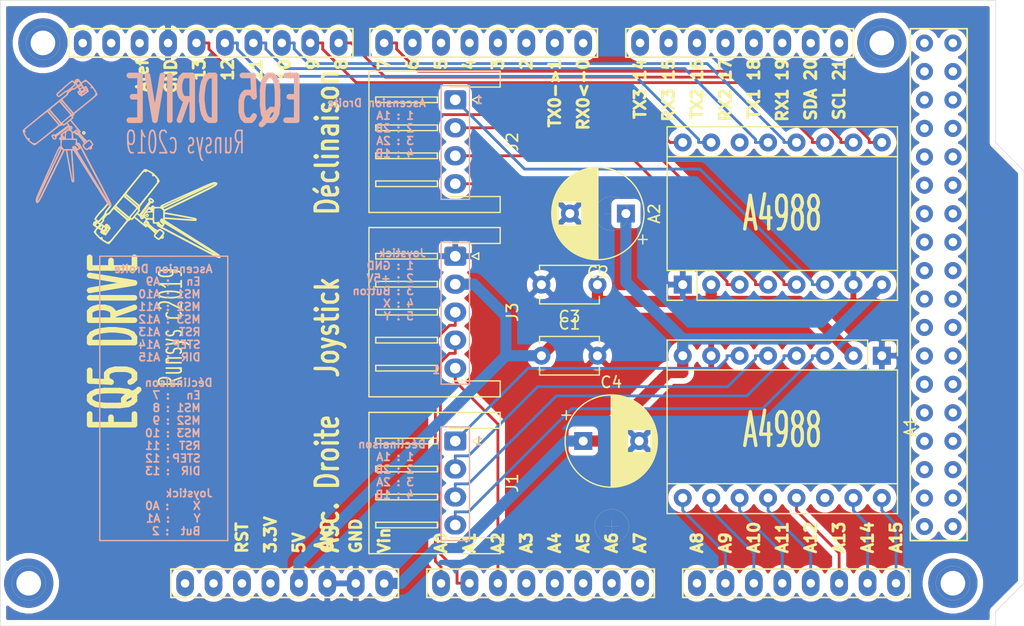
<source format=kicad_pcb>
(kicad_pcb (version 20171130) (host pcbnew 5.1.5-52549c5~84~ubuntu18.04.1)
  (layers (0 F.Cu signal) (31 B.Cu signal) (34 B.Paste user hide) (35 F.Paste user hide) (36 B.SilkS user) (37 F.SilkS user) (38 B.Mask user) (39 F.Mask user) (44 Edge.Cuts user))
  (net 0 "")
  (net 1 "Net-(SH1-Pad19)")
  (net 2 "Net-(SH1-Pad18)")
  (net 3 "Net-(SH1-Pad17)")
  (net 4 "Net-(SH1-Pad16)")
  (net 5 "Net-(SH1-Pad15)")
  (net 6 "Net-(SH1-Pad14)")
  (net 7 /13)
  (net 8 /12)
  (net 9 /11)
  (net 10 /10)
  (net 11 /9)
  (net 12 /8)
  (net 13 /7)
  (net 14 "Net-(SH1-Pad6)")
  (net 15 "Net-(SH1-Pad5)")
  (net 16 "Net-(SH1-Pad4)")
  (net 17 "Net-(SH1-Pad3)")
  (net 18 "Net-(SH1-Pad1)")
  (net 19 /A15)
  (net 20 /A14)
  (net 21 /A13)
  (net 22 /A12)
  (net 23 /A11)
  (net 24 /A10)
  (net 25 /A9)
  (net 26 "Net-(SH1-PadA8)")
  (net 27 "Net-(SH1-PadA7)")
  (net 28 "Net-(SH1-PadA6)")
  (net 29 "Net-(SH1-PadA5)")
  (net 30 "Net-(SH1-PadA4)")
  (net 31 "Net-(SH1-PadA3)")
  (net 32 "Net-(SH1-Pad21/2)")
  (net 33 "Net-(SH1-Pad20/2)")
  (net 34 "Net-(SH1-PadAREF)")
  (net 35 "Net-(SH1-Pad0)")
  (net 36 "Net-(SH1-Pad20/1)")
  (net 37 "Net-(SH1-Pad21/1)")
  (net 38 "Net-(SH1-Pad5V/3)")
  (net 39 "Net-(SH1-Pad5V/2)")
  (net 40 "Net-(SH1-Pad49)")
  (net 41 "Net-(SH1-Pad48)")
  (net 42 "Net-(SH1-Pad47)")
  (net 43 "Net-(SH1-Pad46)")
  (net 44 "Net-(SH1-Pad45)")
  (net 45 "Net-(SH1-Pad44)")
  (net 46 "Net-(SH1-Pad43)")
  (net 47 "Net-(SH1-Pad42)")
  (net 48 "Net-(SH1-Pad41)")
  (net 49 "Net-(SH1-Pad40)")
  (net 50 "Net-(SH1-Pad39)")
  (net 51 "Net-(SH1-Pad38)")
  (net 52 "Net-(SH1-Pad37)")
  (net 53 "Net-(SH1-Pad36)")
  (net 54 "Net-(SH1-Pad35)")
  (net 55 "Net-(SH1-Pad34)")
  (net 56 "Net-(SH1-Pad33)")
  (net 57 "Net-(SH1-Pad32)")
  (net 58 "Net-(SH1-Pad31)")
  (net 59 "Net-(SH1-Pad30)")
  (net 60 "Net-(SH1-Pad29)")
  (net 61 "Net-(SH1-Pad28)")
  (net 62 "Net-(SH1-Pad27)")
  (net 63 "Net-(SH1-Pad26)")
  (net 64 "Net-(SH1-Pad25)")
  (net 65 "Net-(SH1-Pad24)")
  (net 66 "Net-(SH1-Pad23)")
  (net 67 "Net-(SH1-Pad22)")
  (net 68 "Net-(SH1-Pad53)")
  (net 69 "Net-(SH1-Pad52)")
  (net 70 "Net-(SH1-Pad51)")
  (net 71 "Net-(SH1-Pad50)")
  (net 72 "Net-(SH1-PadGND4)")
  (net 73 "Net-(SH1-Pad3V3)")
  (net 74 "Net-(SH1-PadRST)")
  (net 75 "Net-(SH1-PadIREF)")
  (net 76 "Net-(SH1-PadNC)")
  (net 77 "Net-(A1-Pad3)")
  (net 78 "Net-(A1-Pad4)")
  (net 79 "Net-(A1-Pad5)")
  (net 80 "Net-(A1-Pad6)")
  (net 81 "Net-(A1-Pad14)")
  (net 82 "Net-(A2-Pad3)")
  (net 83 "Net-(A2-Pad4)")
  (net 84 "Net-(A2-Pad5)")
  (net 85 "Net-(A2-Pad6)")
  (net 86 "Net-(A2-Pad14)")
  (net 87 GND)
  (net 88 +5V)
  (net 89 +12V)
  (net 90 /A2)
  (net 91 /A0)
  (net 92 /A1)
  (net 93 "Net-(SH1-Pad2)")
  (module Connector_JST:JST_XH_S5B-XH-A-1_1x05_P2.50mm_Horizontal (layer F.Cu) (at 132.08 85.09 270)
    (fp_text reference J3 (at 5 -5.1 90) (layer F.SilkS))
    (fp_text value Conn_01x05_Male)
    (pad 5 thru_hole oval (at 10 0 270) (size 1.7 1.95) (drill 0.95) (layers *.Cu *.Mask) (net 90 /A2))
    (pad 4 thru_hole oval (at 7.5 0 270) (size 1.7 1.95) (drill 0.95) (layers *.Cu *.Mask) (net 92 /A1))
    (pad 3 thru_hole oval (at 5 0 270) (size 1.7 1.95) (drill 0.95) (layers *.Cu *.Mask) (net 91 /A0))
    (pad 2 thru_hole oval (at 2.5 0 270) (size 1.7 1.95) (drill 0.95) (layers *.Cu *.Mask) (net 88 +5V))
    (pad 1 thru_hole roundrect (at 0 0 270) (size 1.7 1.95) (drill 0.95) (layers *.Cu *.Mask) (roundrect_rratio 0.147059) (net 87 GND))
  )
  (module Connector_JST:JST_XH_S4B-XH-A-1_1x04_P2.50mm_Horizontal (layer F.Cu) (at 132.08 71.12 270)
    (fp_text reference J2 (at 3.75 -5.1 90) (layer F.SilkS))
    (fp_text value Conn_01x04_Male)
    (pad 4 thru_hole oval (at 7.5 0 270) (size 1.7 1.95) (drill 0.95) (layers *.Cu *.Mask) (net 82 "Net-(A2-Pad3)"))
    (pad 3 thru_hole oval (at 5 0 270) (size 1.7 1.95) (drill 0.95) (layers *.Cu *.Mask) (net 83 "Net-(A2-Pad4)"))
    (pad 2 thru_hole oval (at 2.5 0 270) (size 1.7 1.95) (drill 0.95) (layers *.Cu *.Mask) (net 84 "Net-(A2-Pad5)"))
    (pad 1 thru_hole roundrect (at 0 0 270) (size 1.7 1.95) (drill 0.95) (layers *.Cu *.Mask) (roundrect_rratio 0.147059) (net 85 "Net-(A2-Pad6)"))
  )
  (module Connector_JST:JST_XH_S4B-XH-A-1_1x04_P2.50mm_Horizontal (layer F.Cu) (at 132.08 101.6 270)
    (fp_text reference J1 (at 3.75 -5.1 90) (layer F.SilkS))
    (fp_text value Conn_01x04_Male)
    (pad 4 thru_hole oval (at 7.5 0 270) (size 1.7 1.95) (drill 0.95) (layers *.Cu *.Mask) (net 77 "Net-(A1-Pad3)"))
    (pad 3 thru_hole oval (at 5 0 270) (size 1.7 1.95) (drill 0.95) (layers *.Cu *.Mask) (net 78 "Net-(A1-Pad4)"))
    (pad 2 thru_hole oval (at 2.5 0 270) (size 1.7 1.95) (drill 0.95) (layers *.Cu *.Mask) (net 79 "Net-(A1-Pad5)"))
    (pad 1 thru_hole roundrect (at 0 0 270) (size 1.7 1.95) (drill 0.95) (layers *.Cu *.Mask) (roundrect_rratio 0.147059) (net 80 "Net-(A1-Pad6)"))
  )
  (module Capacitor_THT:C_Disc_D5.1mm_W3.2mm_P5.00mm (layer F.Cu) (at 144.78 87.63 180)
    (fp_text reference C3 (at 2.5 -2.85) (layer F.SilkS))
    (fp_text value 100n)
    (pad 2 thru_hole circle (at 5 0 180) (size 1.6 1.6) (drill 0.8) (layers *.Cu *.Mask) (net 87 GND))
    (pad 1 thru_hole circle (at 0 0 180) (size 1.6 1.6) (drill 0.8) (layers *.Cu *.Mask) (net 88 +5V))
  )
  (module Capacitor_THT:C_Disc_D5.1mm_W3.2mm_P5.00mm (layer F.Cu) (at 139.78 93.98)
    (fp_text reference C1 (at 2.5 -2.85) (layer F.SilkS))
    (fp_text value 100n)
    (pad 2 thru_hole circle (at 5 0) (size 1.6 1.6) (drill 0.8) (layers *.Cu *.Mask) (net 87 GND))
    (pad 1 thru_hole circle (at 0 0) (size 1.6 1.6) (drill 0.8) (layers *.Cu *.Mask) (net 88 +5V))
  )
  (module logo:tele (layer F.Cu) (at 99.06 74.93)
    (fp_text reference G1 hide)
    (fp_text value LOGO hide)
  )
  (module logo:tele (layer F.Cu) (at 105.41 81.28 90)
    (fp_text reference G0 hide)
    (fp_text value LOGO hide)
  )
  (module Capacitor_THT:CP_Radial_D8.0mm_P5.00mm (layer F.Cu) (at 143.51 101.6)
    (fp_text reference C4 (at 2.5 -5.25) (layer F.SilkS))
    (fp_text value 100u)
    (pad 2 thru_hole circle (at 5 0) (size 1.6 1.6) (drill 0.8) (layers *.Cu *.Mask) (net 87 GND))
    (pad 1 thru_hole rect (at 0 0) (size 1.6 1.6) (drill 0.8) (layers *.Cu *.Mask) (net 89 +12V))
  )
  (module Capacitor_THT:CP_Radial_D8.0mm_P5.00mm (layer F.Cu) (at 147.32 81.28 180)
    (fp_text reference C2 (at 2.5 -5.25) (layer F.SilkS))
    (fp_text value 100u)
    (pad 2 thru_hole circle (at 5 0 180) (size 1.6 1.6) (drill 0.8) (layers *.Cu *.Mask) (net 87 GND))
    (pad 1 thru_hole rect (at 0 0 180) (size 1.6 1.6) (drill 0.8) (layers *.Cu *.Mask) (net 89 +12V))
  )
  (module MountingHole:MountingHole_2.2mm_M2_Pad (layer F.Cu) (at 176.53 114.3)
    (fp_text reference REF2 hide)
    (fp_text value MountingHole_2.2mm_M2_Pad)
    (pad 1 thru_hole circle (at 0 0) (size 4.4 4.4) (drill 2.2) (layers *.Cu *.Mask))
  )
  (module MountingHole:MountingHole_2.2mm_M2_Pad (layer F.Cu) (at 170.18 66.04)
    (fp_text reference REF3 hide)
    (fp_text value MountingHole_2.2mm_M2_Pad)
    (pad 1 thru_hole circle (at 0 0) (size 4.4 4.4) (drill 2.2) (layers *.Cu *.Mask))
  )
  (module MountingHole:MountingHole_2.2mm_M2_Pad (layer F.Cu) (at 93.98 114.3)
    (fp_text reference REF1 hide)
    (fp_text value MountingHole_2.2mm_M2_Pad)
    (pad 1 thru_hole circle (at 0 0) (size 4.4 4.4) (drill 2.2) (layers *.Cu *.Mask))
  )
  (module MountingHole:MountingHole_2.2mm_M2_Pad (layer F.Cu) (at 95.25 66.04)
    (fp_text reference REF** hide)
    (fp_text value MountingHole_2.2mm_M2_Pad)
    (pad 1 thru_hole circle (at 0 0) (size 4.4 4.4) (drill 2.2) (layers *.Cu *.Mask))
  )
  (module Modules:Pololu_Breakout-16_15.2x20.3mm (layer F.Cu) (at 152.4 87.63 90)
    (fp_text reference A2 (at 6.35 -2.54 90) (layer F.SilkS))
    (fp_text value Pololu_Breakout_A4988)
    (pad 1 thru_hole rect (at 0 0 90) (size 1.6 1.6) (drill 0.8) (layers *.Cu *.Mask) (net 87 GND))
    (pad 9 thru_hole oval (at 12.7 17.78 90) (size 1.6 1.6) (drill 0.8) (layers *.Cu *.Mask) (net 13 /7))
    (pad 2 thru_hole oval (at 0 2.54 90) (size 1.6 1.6) (drill 0.8) (layers *.Cu *.Mask) (net 88 +5V))
    (pad 10 thru_hole oval (at 12.7 15.24 90) (size 1.6 1.6) (drill 0.8) (layers *.Cu *.Mask) (net 12 /8))
    (pad 3 thru_hole oval (at 0 5.08 90) (size 1.6 1.6) (drill 0.8) (layers *.Cu *.Mask) (net 82 "Net-(A2-Pad3)"))
    (pad 11 thru_hole oval (at 12.7 12.7 90) (size 1.6 1.6) (drill 0.8) (layers *.Cu *.Mask) (net 11 /9))
    (pad 4 thru_hole oval (at 0 7.62 90) (size 1.6 1.6) (drill 0.8) (layers *.Cu *.Mask) (net 83 "Net-(A2-Pad4)"))
    (pad 12 thru_hole oval (at 12.7 10.16 90) (size 1.6 1.6) (drill 0.8) (layers *.Cu *.Mask) (net 10 /10))
    (pad 5 thru_hole oval (at 0 10.16 90) (size 1.6 1.6) (drill 0.8) (layers *.Cu *.Mask) (net 84 "Net-(A2-Pad5)"))
    (pad 13 thru_hole oval (at 12.7 7.62 90) (size 1.6 1.6) (drill 0.8) (layers *.Cu *.Mask) (net 9 /11))
    (pad 6 thru_hole oval (at 0 12.7 90) (size 1.6 1.6) (drill 0.8) (layers *.Cu *.Mask) (net 85 "Net-(A2-Pad6)"))
    (pad 14 thru_hole oval (at 12.7 5.08 90) (size 1.6 1.6) (drill 0.8) (layers *.Cu *.Mask) (net 86 "Net-(A2-Pad14)"))
    (pad 7 thru_hole oval (at 0 15.24 90) (size 1.6 1.6) (drill 0.8) (layers *.Cu *.Mask) (net 87 GND))
    (pad 15 thru_hole oval (at 12.7 2.54 90) (size 1.6 1.6) (drill 0.8) (layers *.Cu *.Mask) (net 8 /12))
    (pad 8 thru_hole oval (at 0 17.78 90) (size 1.6 1.6) (drill 0.8) (layers *.Cu *.Mask) (net 89 +12V))
    (pad 16 thru_hole oval (at 12.7 0 90) (size 1.6 1.6) (drill 0.8) (layers *.Cu *.Mask) (net 7 /13))
  )
  (module Modules:Pololu_Breakout-16_15.2x20.3mm (layer F.Cu) (at 170.18 93.98 270)
    (fp_text reference A1 (at 6.35 -2.54 90) (layer F.SilkS))
    (fp_text value Pololu_Breakout_A4988)
    (pad 1 thru_hole rect (at 0 0 270) (size 1.6 1.6) (drill 0.8) (layers *.Cu *.Mask) (net 87 GND))
    (pad 9 thru_hole oval (at 12.7 17.78 270) (size 1.6 1.6) (drill 0.8) (layers *.Cu *.Mask) (net 25 /A9))
    (pad 2 thru_hole oval (at 0 2.54 270) (size 1.6 1.6) (drill 0.8) (layers *.Cu *.Mask) (net 88 +5V))
    (pad 10 thru_hole oval (at 12.7 15.24 270) (size 1.6 1.6) (drill 0.8) (layers *.Cu *.Mask) (net 24 /A10))
    (pad 3 thru_hole oval (at 0 5.08 270) (size 1.6 1.6) (drill 0.8) (layers *.Cu *.Mask) (net 77 "Net-(A1-Pad3)"))
    (pad 11 thru_hole oval (at 12.7 12.7 270) (size 1.6 1.6) (drill 0.8) (layers *.Cu *.Mask) (net 23 /A11))
    (pad 4 thru_hole oval (at 0 7.62 270) (size 1.6 1.6) (drill 0.8) (layers *.Cu *.Mask) (net 78 "Net-(A1-Pad4)"))
    (pad 12 thru_hole oval (at 12.7 10.16 270) (size 1.6 1.6) (drill 0.8) (layers *.Cu *.Mask) (net 22 /A12))
    (pad 5 thru_hole oval (at 0 10.16 270) (size 1.6 1.6) (drill 0.8) (layers *.Cu *.Mask) (net 79 "Net-(A1-Pad5)"))
    (pad 13 thru_hole oval (at 12.7 7.62 270) (size 1.6 1.6) (drill 0.8) (layers *.Cu *.Mask) (net 21 /A13))
    (pad 6 thru_hole oval (at 0 12.7 270) (size 1.6 1.6) (drill 0.8) (layers *.Cu *.Mask) (net 80 "Net-(A1-Pad6)"))
    (pad 14 thru_hole oval (at 12.7 5.08 270) (size 1.6 1.6) (drill 0.8) (layers *.Cu *.Mask) (net 81 "Net-(A1-Pad14)"))
    (pad 7 thru_hole oval (at 0 15.24 270) (size 1.6 1.6) (drill 0.8) (layers *.Cu *.Mask) (net 87 GND))
    (pad 15 thru_hole oval (at 12.7 2.54 270) (size 1.6 1.6) (drill 0.8) (layers *.Cu *.Mask) (net 20 /A14))
    (pad 8 thru_hole oval (at 0 17.78 270) (size 1.6 1.6) (drill 0.8) (layers *.Cu *.Mask) (net 89 +12V))
    (pad 16 thru_hole oval (at 12.7 0 270) (size 1.6 1.6) (drill 0.8) (layers *.Cu *.Mask) (net 19 /A15))
  )
  (module SHIELD_ARDUINO:ARDUINO_MEGA_2560_R3_ELL (layer F.Cu) (at 130.81 90.17)
    (fp_text reference SH1 hide)
    (fp_text value ARDUINO_MEGA hide)
    (pad 19 thru_hole oval (at 30.48 -24.13) (size 1.5748 2.286) (drill 0.762) (layers *.Cu *.Mask) (net 1 "Net-(SH1-Pad19)"))
    (pad 18 thru_hole oval (at 27.94 -24.13) (size 1.5748 2.286) (drill 0.762) (layers *.Cu *.Mask) (net 2 "Net-(SH1-Pad18)"))
    (pad 17 thru_hole oval (at 25.4 -24.13) (size 1.5748 2.286) (drill 0.762) (layers *.Cu *.Mask) (net 3 "Net-(SH1-Pad17)"))
    (pad 16 thru_hole oval (at 22.86 -24.13) (size 1.5748 2.286) (drill 0.762) (layers *.Cu *.Mask) (net 4 "Net-(SH1-Pad16)"))
    (pad 15 thru_hole oval (at 20.32 -24.13) (size 1.5748 2.286) (drill 0.762) (layers *.Cu *.Mask) (net 5 "Net-(SH1-Pad15)"))
    (pad 14 thru_hole oval (at 17.78 -24.13) (size 1.5748 2.286) (drill 0.762) (layers *.Cu *.Mask) (net 6 "Net-(SH1-Pad14)"))
    (pad 13 thru_hole oval (at -21.844 -24.13) (size 1.5748 2.286) (drill 0.762) (layers *.Cu *.Mask) (net 7 /13))
    (pad 12 thru_hole oval (at -19.304 -24.13) (size 1.5748 2.286) (drill 0.762) (layers *.Cu *.Mask) (net 8 /12))
    (pad 11 thru_hole oval (at -16.764 -24.13) (size 1.5748 2.286) (drill 0.762) (layers *.Cu *.Mask) (net 9 /11))
    (pad 10 thru_hole oval (at -14.224 -24.13) (size 1.5748 2.286) (drill 0.762) (layers *.Cu *.Mask) (net 10 /10))
    (pad 9 thru_hole oval (at -11.684 -24.13) (size 1.5748 2.286) (drill 0.762) (layers *.Cu *.Mask) (net 11 /9))
    (pad 8 thru_hole oval (at -9.144 -24.13) (size 1.5748 2.286) (drill 0.762) (layers *.Cu *.Mask) (net 12 /8))
    (pad 7 thru_hole oval (at -5.08 -24.13) (size 1.5748 2.286) (drill 0.762) (layers *.Cu *.Mask) (net 13 /7))
    (pad 6 thru_hole oval (at -2.54 -24.13) (size 1.5748 2.286) (drill 0.762) (layers *.Cu *.Mask) (net 14 "Net-(SH1-Pad6)"))
    (pad 5 thru_hole oval (at 0 -24.13) (size 1.5748 2.286) (drill 0.762) (layers *.Cu *.Mask) (net 15 "Net-(SH1-Pad5)"))
    (pad 4 thru_hole oval (at 2.54 -24.13) (size 1.5748 2.286) (drill 0.762) (layers *.Cu *.Mask) (net 16 "Net-(SH1-Pad4)"))
    (pad 3 thru_hole oval (at 5.08 -24.13) (size 1.5748 2.286) (drill 0.762) (layers *.Cu *.Mask) (net 17 "Net-(SH1-Pad3)"))
    (pad 2 thru_hole oval (at 7.62 -24.13) (size 1.5748 2.286) (drill 0.762) (layers *.Cu *.Mask) (net 93 "Net-(SH1-Pad2)"))
    (pad 1 thru_hole oval (at 10.16 -24.13) (size 1.5748 2.286) (drill 0.762) (layers *.Cu *.Mask) (net 18 "Net-(SH1-Pad1)"))
    (pad A15 thru_hole oval (at 40.64 24.13) (size 1.5748 2.286) (drill 0.762) (layers *.Cu *.Mask) (net 19 /A15))
    (pad A14 thru_hole oval (at 38.1 24.13) (size 1.5748 2.286) (drill 0.762) (layers *.Cu *.Mask) (net 20 /A14))
    (pad A13 thru_hole oval (at 35.56 24.13) (size 1.5748 2.286) (drill 0.762) (layers *.Cu *.Mask) (net 21 /A13))
    (pad A12 thru_hole oval (at 33.02 24.13) (size 1.5748 2.286) (drill 0.762) (layers *.Cu *.Mask) (net 22 /A12))
    (pad A11 thru_hole oval (at 30.48 24.13) (size 1.5748 2.286) (drill 0.762) (layers *.Cu *.Mask) (net 23 /A11))
    (pad A10 thru_hole oval (at 27.94 24.13) (size 1.5748 2.286) (drill 0.762) (layers *.Cu *.Mask) (net 24 /A10))
    (pad A9 thru_hole oval (at 25.4 24.13) (size 1.5748 2.286) (drill 0.762) (layers *.Cu *.Mask) (net 25 /A9))
    (pad A8 thru_hole oval (at 22.86 24.13) (size 1.5748 2.286) (drill 0.762) (layers *.Cu *.Mask) (net 26 "Net-(SH1-PadA8)"))
    (pad A7 thru_hole oval (at 17.78 24.13) (size 1.5748 2.286) (drill 0.762) (layers *.Cu *.Mask) (net 27 "Net-(SH1-PadA7)"))
    (pad A6 thru_hole oval (at 15.24 24.13) (size 1.5748 2.286) (drill 0.762) (layers *.Cu *.Mask) (net 28 "Net-(SH1-PadA6)"))
    (pad A5 thru_hole oval (at 12.7 24.13) (size 1.5748 2.286) (drill 0.762) (layers *.Cu *.Mask) (net 29 "Net-(SH1-PadA5)"))
    (pad A4 thru_hole oval (at 10.16 24.13) (size 1.5748 2.286) (drill 0.762) (layers *.Cu *.Mask) (net 30 "Net-(SH1-PadA4)"))
    (pad A3 thru_hole oval (at 7.62 24.13) (size 1.5748 2.286) (drill 0.762) (layers *.Cu *.Mask) (net 31 "Net-(SH1-PadA3)"))
    (pad A2 thru_hole oval (at 5.08 24.13) (size 1.5748 2.286) (drill 0.762) (layers *.Cu *.Mask) (net 90 /A2))
    (pad A1 thru_hole oval (at 2.54 24.13) (size 1.5748 2.286) (drill 0.762) (layers *.Cu *.Mask) (net 92 /A1))
    (pad 21/2 thru_hole oval (at -32.004 -24.1173) (size 1.5748 2.286) (drill 0.762) (layers *.Cu *.Mask) (net 32 "Net-(SH1-Pad21/2)"))
    (pad 20/2 thru_hole oval (at -29.464 -24.1173) (size 1.5748 2.286) (drill 0.762) (layers *.Cu *.Mask) (net 33 "Net-(SH1-Pad20/2)"))
    (pad AREF thru_hole oval (at -26.924 -24.1173) (size 1.5748 2.286) (drill 0.762) (layers *.Cu *.Mask) (net 34 "Net-(SH1-PadAREF)"))
    (pad GND3 thru_hole oval (at -24.384 -24.1173) (size 1.5748 2.286) (drill 0.762) (layers *.Cu *.Mask) (net 87 GND))
    (pad 0 thru_hole oval (at 12.7 -24.1173) (size 1.5748 2.286) (drill 0.762) (layers *.Cu *.Mask) (net 35 "Net-(SH1-Pad0)"))
    (pad 20/1 thru_hole oval (at 33.02 -24.1173) (size 1.5748 2.286) (drill 0.762) (layers *.Cu *.Mask) (net 36 "Net-(SH1-Pad20/1)"))
    (pad 21/1 thru_hole oval (at 35.56 -24.1173) (size 1.5748 2.286) (drill 0.762) (layers *.Cu *.Mask) (net 37 "Net-(SH1-Pad21/1)"))
    (pad 5V/3 thru_hole circle (at 45.72 -24.1173) (size 1.524 1.524) (drill 0.762) (layers *.Cu *.Mask) (net 38 "Net-(SH1-Pad5V/3)"))
    (pad 5V/2 thru_hole circle (at 43.18 -24.1173) (size 1.524 1.524) (drill 0.762) (layers *.Cu *.Mask) (net 39 "Net-(SH1-Pad5V/2)"))
    (pad 49 thru_hole circle (at 45.72 11.4427) (size 1.524 1.524) (drill 0.762) (layers *.Cu *.Mask) (net 40 "Net-(SH1-Pad49)"))
    (pad 48 thru_hole circle (at 43.18 11.4427) (size 1.524 1.524) (drill 0.762) (layers *.Cu *.Mask) (net 41 "Net-(SH1-Pad48)"))
    (pad 47 thru_hole circle (at 45.72 8.9027) (size 1.524 1.524) (drill 0.762) (layers *.Cu *.Mask) (net 42 "Net-(SH1-Pad47)"))
    (pad 46 thru_hole circle (at 43.18 8.9027) (size 1.524 1.524) (drill 0.762) (layers *.Cu *.Mask) (net 43 "Net-(SH1-Pad46)"))
    (pad 45 thru_hole circle (at 45.72 6.3627) (size 1.524 1.524) (drill 0.762) (layers *.Cu *.Mask) (net 44 "Net-(SH1-Pad45)"))
    (pad 44 thru_hole circle (at 43.18 6.3627) (size 1.524 1.524) (drill 0.762) (layers *.Cu *.Mask) (net 45 "Net-(SH1-Pad44)"))
    (pad 43 thru_hole circle (at 45.72 3.8227) (size 1.524 1.524) (drill 0.762) (layers *.Cu *.Mask) (net 46 "Net-(SH1-Pad43)"))
    (pad 42 thru_hole circle (at 43.18 3.8227) (size 1.524 1.524) (drill 0.762) (layers *.Cu *.Mask) (net 47 "Net-(SH1-Pad42)"))
    (pad 41 thru_hole circle (at 45.72 1.2827) (size 1.524 1.524) (drill 0.762) (layers *.Cu *.Mask) (net 48 "Net-(SH1-Pad41)"))
    (pad 40 thru_hole circle (at 43.18 1.2827) (size 1.524 1.524) (drill 0.762) (layers *.Cu *.Mask) (net 49 "Net-(SH1-Pad40)"))
    (pad 39 thru_hole circle (at 45.72 -1.2573) (size 1.524 1.524) (drill 0.762) (layers *.Cu *.Mask) (net 50 "Net-(SH1-Pad39)"))
    (pad 38 thru_hole circle (at 43.18 -1.2573) (size 1.524 1.524) (drill 0.762) (layers *.Cu *.Mask) (net 51 "Net-(SH1-Pad38)"))
    (pad 37 thru_hole circle (at 45.72 -3.7973) (size 1.524 1.524) (drill 0.762) (layers *.Cu *.Mask) (net 52 "Net-(SH1-Pad37)"))
    (pad 36 thru_hole circle (at 43.18 -3.7973) (size 1.524 1.524) (drill 0.762) (layers *.Cu *.Mask) (net 53 "Net-(SH1-Pad36)"))
    (pad 35 thru_hole circle (at 45.72 -6.3373) (size 1.524 1.524) (drill 0.762) (layers *.Cu *.Mask) (net 54 "Net-(SH1-Pad35)"))
    (pad 34 thru_hole circle (at 43.18 -6.3373) (size 1.524 1.524) (drill 0.762) (layers *.Cu *.Mask) (net 55 "Net-(SH1-Pad34)"))
    (pad 33 thru_hole circle (at 45.72 -8.8773) (size 1.524 1.524) (drill 0.762) (layers *.Cu *.Mask) (net 56 "Net-(SH1-Pad33)"))
    (pad 32 thru_hole circle (at 43.18 -8.8773) (size 1.524 1.524) (drill 0.762) (layers *.Cu *.Mask) (net 57 "Net-(SH1-Pad32)"))
    (pad 31 thru_hole circle (at 45.72 -11.4173) (size 1.524 1.524) (drill 0.762) (layers *.Cu *.Mask) (net 58 "Net-(SH1-Pad31)"))
    (pad 30 thru_hole circle (at 43.18 -11.4173) (size 1.524 1.524) (drill 0.762) (layers *.Cu *.Mask) (net 59 "Net-(SH1-Pad30)"))
    (pad 29 thru_hole circle (at 45.72 -13.9573) (size 1.524 1.524) (drill 0.762) (layers *.Cu *.Mask) (net 60 "Net-(SH1-Pad29)"))
    (pad 28 thru_hole circle (at 43.18 -13.9573) (size 1.524 1.524) (drill 0.762) (layers *.Cu *.Mask) (net 61 "Net-(SH1-Pad28)"))
    (pad 27 thru_hole circle (at 45.72 -16.4973) (size 1.524 1.524) (drill 0.762) (layers *.Cu *.Mask) (net 62 "Net-(SH1-Pad27)"))
    (pad 26 thru_hole circle (at 43.18 -16.4973) (size 1.524 1.524) (drill 0.762) (layers *.Cu *.Mask) (net 63 "Net-(SH1-Pad26)"))
    (pad 25 thru_hole circle (at 45.72 -19.0373) (size 1.524 1.524) (drill 0.762) (layers *.Cu *.Mask) (net 64 "Net-(SH1-Pad25)"))
    (pad 24 thru_hole circle (at 43.18 -19.0373) (size 1.524 1.524) (drill 0.762) (layers *.Cu *.Mask) (net 65 "Net-(SH1-Pad24)"))
    (pad 23 thru_hole circle (at 45.72 -21.5773) (size 1.524 1.524) (drill 0.762) (layers *.Cu *.Mask) (net 66 "Net-(SH1-Pad23)"))
    (pad 22 thru_hole circle (at 43.18 -21.5773) (size 1.524 1.524) (drill 0.762) (layers *.Cu *.Mask) (net 67 "Net-(SH1-Pad22)"))
    (pad 53 thru_hole circle (at 45.72 16.5227) (size 1.524 1.524) (drill 0.762) (layers *.Cu *.Mask) (net 68 "Net-(SH1-Pad53)"))
    (pad 52 thru_hole circle (at 43.18 16.5227) (size 1.524 1.524) (drill 0.762) (layers *.Cu *.Mask) (net 69 "Net-(SH1-Pad52)"))
    (pad 51 thru_hole circle (at 45.72 13.9827) (size 1.524 1.524) (drill 0.762) (layers *.Cu *.Mask) (net 70 "Net-(SH1-Pad51)"))
    (pad 50 thru_hole circle (at 43.18 13.9827) (size 1.524 1.524) (drill 0.762) (layers *.Cu *.Mask) (net 71 "Net-(SH1-Pad50)"))
    (pad GND5 thru_hole circle (at 45.72 19.0627) (size 1.524 1.524) (drill 0.762) (layers *.Cu *.Mask))
    (pad GND4 thru_hole circle (at 43.18 19.0627) (size 1.524 1.524) (drill 0.762) (layers *.Cu *.Mask) (net 72 "Net-(SH1-PadGND4)"))
    (pad A0 thru_hole oval (at 0 24.1427) (size 1.5748 2.286) (drill 0.762) (layers *.Cu *.Mask) (net 91 /A0))
    (pad VIN thru_hole oval (at -5.08 24.1427) (size 1.5748 2.286) (drill 0.762) (layers *.Cu *.Mask) (net 89 +12V))
    (pad GND2 thru_hole oval (at -7.62 24.1427) (size 1.5748 2.286) (drill 0.762) (layers *.Cu *.Mask) (net 87 GND))
    (pad GND1 thru_hole oval (at -10.16 24.1427) (size 1.5748 2.286) (drill 0.762) (layers *.Cu *.Mask) (net 87 GND))
    (pad 5V/1 thru_hole oval (at -12.7 24.1427) (size 1.5748 2.286) (drill 0.762) (layers *.Cu *.Mask) (net 88 +5V))
    (pad 3V3 thru_hole oval (at -15.24 24.1427) (size 1.5748 2.286) (drill 0.762) (layers *.Cu *.Mask) (net 73 "Net-(SH1-Pad3V3)"))
    (pad RST thru_hole oval (at -17.78 24.1427) (size 1.5748 2.286) (drill 0.762) (layers *.Cu *.Mask) (net 74 "Net-(SH1-PadRST)"))
    (pad IREF thru_hole oval (at -20.32 24.1427) (size 1.5748 2.286) (drill 0.762) (layers *.Cu *.Mask) (net 75 "Net-(SH1-PadIREF)"))
    (pad NC thru_hole oval (at -22.86 24.1427) (size 1.5748 2.286) (drill 0.762) (layers *.Cu *.Mask) (net 76 "Net-(SH1-PadNC)"))
  )
  (gr_line (start 111.76 85.09) (end 111.76 110.49) (layer B.SilkS) (width 0.12))
  (gr_line (start 100.33 85.09) (end 111.76 85.09) (layer B.SilkS) (width 0.12))
  (gr_line (start 100.33 110.49) (end 100.33 85.09) (layer B.SilkS) (width 0.12))
  (gr_line (start 111.76 110.49) (end 100.33 110.49) (layer B.SilkS) (width 0.12))
  (gr_line (start 180.34 118.11) (end 180.34 116.84) (layer Edge.Cuts) (width 0.05))
  (gr_line (start 180.34 118.11) (end 91.44 118.11) (layer Edge.Cuts) (width 0.05))
  (gr_line (start 182.88 77.47) (end 182.88 81.28) (layer Edge.Cuts) (width 0.05))
  (gr_line (start 180.34 74.93) (end 182.88 77.47) (layer Edge.Cuts) (width 0.05))
  (gr_line (start 180.34 62.23) (end 180.34 74.93) (layer Edge.Cuts) (width 0.05))
  (gr_line (start 182.88 114.3) (end 182.88 81.28) (layer Edge.Cuts) (width 0.05))
  (gr_line (start 180.34 116.84) (end 182.88 114.3) (layer Edge.Cuts) (width 0.05))
  (gr_text "\n: 7\n: 8\n: 9\n: 10\n: 11  \n: 12\n: 13" (at 106.68 100.33) (layer B.SilkS) (effects (font (size 0.7 0.7)) (justify left mirror)))
  (gr_text "\n: A9\n: A10\n: A11\n: A12\n: A13  \n: A14\n: A15" (at 106.68 90.17) (layer B.SilkS) (effects (font (size 0.7 0.7)) (justify left mirror)))
  (gr_text 1 (at 130.81 95.25) (layer B.SilkS) (effects (font (size 0.7 0.7)) (justify left mirror)))
  (gr_text 1 (at 134.62 101.6) (layer B.SilkS) (effects (font (size 0.7 0.7)) (justify left mirror)))
  (gr_text 1 (at 134.62 71.12) (layer B.SilkS) (effects (font (size 0.7 0.7)) (justify left mirror)))
  (gr_text "Joystick\n  1 : GND\n  2 : +5V\n  3 : Button\n  4 : X\n  5 : Y\n" (at 129.54 87.63) (layer B.SilkS) (effects (font (size 0.7 0.7)) (justify left mirror)))
  (gr_text "Déclinaison\n  En\n  MS1\n  MS2\n  MS3\n  RST\n  STEP\n  DIR" (at 110.49 100.33) (layer B.SilkS) (effects (font (size 0.7 0.7)) (justify left mirror)))
  (gr_text "Ascension Droite\n  En\n  MS1\n  MS2\n  MS3\n  RST  \n  STEP\n  DIR" (at 110.49 90.17) (layer B.SilkS) (effects (font (size 0.7 0.7)) (justify left mirror)))
  (gr_text "Joystick\n  X    : A0\n  Y    : A1\n  But  : 2\n" (at 110.49 107.95) (layer B.SilkS) (effects (font (size 0.7 0.7)) (justify left mirror)))
  (gr_line (start 130.81 96.52) (end 133.35 96.52) (layer B.SilkS) (width 0.12))
  (gr_line (start 133.35 96.52) (end 133.35 83.82) (layer B.SilkS) (width 0.12))
  (gr_line (start 130.81 83.82) (end 130.81 96.52) (layer B.SilkS) (width 0.12))
  (gr_line (start 133.35 83.82) (end 130.81 83.82) (layer B.SilkS) (width 0.12))
  (gr_line (start 133.35 100.33) (end 130.81 100.33) (layer B.SilkS) (width 0.12))
  (gr_line (start 133.35 110.49) (end 133.35 100.33) (layer B.SilkS) (width 0.12))
  (gr_line (start 130.81 110.49) (end 133.35 110.49) (layer B.SilkS) (width 0.12))
  (gr_line (start 130.81 100.33) (end 130.81 110.49) (layer B.SilkS) (width 0.12))
  (gr_line (start 130.81 69.85) (end 130.81 80.01) (layer B.SilkS) (width 0.12))
  (gr_line (start 133.35 69.85) (end 130.81 69.85) (layer B.SilkS) (width 0.12))
  (gr_line (start 133.35 80.01) (end 133.35 69.85) (layer B.SilkS) (width 0.12))
  (gr_line (start 130.81 80.01) (end 133.35 80.01) (layer B.SilkS) (width 0.12))
  (gr_text "Runsys c2019" (at 107.95 74.93) (layer B.SilkS) (effects (font (size 2 1)) (justify mirror)))
  (gr_text "EQ5 DRIVE" (at 110.49 71.12) (layer B.SilkS) (effects (font (size 4 2) (thickness 0.5)) (justify mirror)))
  (gr_text "Déclinaison\n  1 : 1A\n  2 : 2B\n  3 : 2A\n  4 : 1B" (at 129.54 104.14) (layer B.SilkS) (effects (font (size 0.7 0.7)) (justify left mirror)))
  (gr_text "Ascension Droite\n  1 : 1A\n  2 : 2B\n  3 : 2A\n  4 : 1B" (at 129.54 73.66) (layer B.SilkS) (effects (font (size 0.7 0.7)) (justify left mirror)))
  (gr_text A4988 (at 161.29 100.618087) (layer F.SilkS) (effects (font (size 3 1.5) (thickness 0.3))))
  (gr_text A4988 (at 161.29 81.28) (layer F.SilkS) (effects (font (size 3 1.5) (thickness 0.3))))
  (gr_text 8 (at 121.92 67.31 90) (layer F.SilkS) (effects (font (size 1 1) (thickness 0.25)) (justify right)))
  (gr_text 9 (at 119.38 67.31 90) (layer F.SilkS) (effects (font (size 1 1) (thickness 0.25)) (justify right)))
  (gr_text 10 (at 116.84 67.31 90) (layer F.SilkS) (effects (font (size 1 1) (thickness 0.25)) (justify right)))
  (gr_text 11 (at 114.3 67.31 90) (layer F.SilkS) (effects (font (size 1 1) (thickness 0.25)) (justify right)))
  (gr_text 12 (at 111.76 67.31 90) (layer F.SilkS) (effects (font (size 1 1) (thickness 0.25)) (justify right)))
  (gr_text 13 (at 109.22 67.31 90) (layer F.SilkS) (effects (font (size 1 1) (thickness 0.25)) (justify right)))
  (gr_text "GND\n" (at 106.68 67.31 90) (layer F.SilkS) (effects (font (size 1 1) (thickness 0.25)) (justify right)))
  (gr_text Aref (at 104.14 67.31 90) (layer F.SilkS) (effects (font (size 1 1) (thickness 0.25)) (justify right)))
  (gr_text "SCL 21\n" (at 166.37 67.31 90) (layer F.SilkS) (effects (font (size 1 1) (thickness 0.25)) (justify right)))
  (gr_text "SDA 20" (at 163.83 67.31 90) (layer F.SilkS) (effects (font (size 1 1) (thickness 0.25)) (justify right)))
  (gr_text "RX1 19" (at 161.29 67.31 90) (layer F.SilkS) (effects (font (size 1 1) (thickness 0.25)) (justify right)))
  (gr_text "TX1 18" (at 158.75 67.31 90) (layer F.SilkS) (effects (font (size 1 1) (thickness 0.25)) (justify right)))
  (gr_text "RX2 17" (at 156.21 67.31 90) (layer F.SilkS) (effects (font (size 1 1) (thickness 0.25)) (justify right)))
  (gr_text "TX2 16" (at 153.67 67.31 90) (layer F.SilkS) (effects (font (size 1 1) (thickness 0.25)) (justify right)))
  (gr_text "RX3 15" (at 151.13 67.31 90) (layer F.SilkS) (effects (font (size 1 1) (thickness 0.25)) (justify right)))
  (gr_text "TX3 14" (at 148.59 67.31 90) (layer F.SilkS) (effects (font (size 1 1) (thickness 0.25)) (justify right)))
  (gr_text RX0<-0 (at 143.51 67.31 90) (layer F.SilkS) (effects (font (size 1 1) (thickness 0.25)) (justify right)))
  (gr_text TX0->1 (at 140.97 67.31 90) (layer F.SilkS) (effects (font (size 1 1) (thickness 0.25)) (justify right)))
  (gr_text 2 (at 138.43 67.31 90) (layer F.SilkS) (effects (font (size 1 1) (thickness 0.25)) (justify right)))
  (gr_text 3 (at 135.89 67.31 90) (layer F.SilkS) (effects (font (size 1 1) (thickness 0.25)) (justify right)))
  (gr_text 4 (at 133.35 67.31 90) (layer F.SilkS) (effects (font (size 1 1) (thickness 0.25)) (justify right)))
  (gr_text 5 (at 130.81 67.31 90) (layer F.SilkS) (effects (font (size 1 1) (thickness 0.25)) (justify right)))
  (gr_text "6\n" (at 128.27 67.31 90) (layer F.SilkS) (effects (font (size 1 1) (thickness 0.25)) (justify right)))
  (gr_text 7 (at 125.73 67.31 90) (layer F.SilkS) (effects (font (size 1 1) (thickness 0.25)) (justify right)))
  (gr_text A15 (at 171.45 111.76 90) (layer F.SilkS) (effects (font (size 1 1) (thickness 0.25)) (justify left)))
  (gr_text "A14\n" (at 168.91 111.76 90) (layer F.SilkS) (effects (font (size 1 1) (thickness 0.25)) (justify left)))
  (gr_text A13 (at 166.37 111.76 90) (layer F.SilkS) (effects (font (size 1 1) (thickness 0.25)) (justify left)))
  (gr_text "A12\n" (at 163.83 111.76 90) (layer F.SilkS) (effects (font (size 1 1) (thickness 0.25)) (justify left)))
  (gr_text A11 (at 161.29 111.76 90) (layer F.SilkS) (effects (font (size 1 1) (thickness 0.25)) (justify left)))
  (gr_text A10 (at 158.75 111.76 90) (layer F.SilkS) (effects (font (size 1 1) (thickness 0.25)) (justify left)))
  (gr_text A9 (at 156.21 111.76 90) (layer F.SilkS) (effects (font (size 1 1) (thickness 0.25)) (justify left)))
  (gr_text A8 (at 153.67 111.76 90) (layer F.SilkS) (effects (font (size 1 1) (thickness 0.25)) (justify left)))
  (gr_text "A7\n" (at 148.59 111.76 90) (layer F.SilkS) (effects (font (size 1 1) (thickness 0.25)) (justify left)))
  (gr_text A6 (at 146.05 111.76 90) (layer F.SilkS) (effects (font (size 1 1) (thickness 0.25)) (justify left)))
  (gr_text A5 (at 143.51 111.76 90) (layer F.SilkS) (effects (font (size 1 1) (thickness 0.25)) (justify left)))
  (gr_text A4 (at 140.97 111.76 90) (layer F.SilkS) (effects (font (size 1 1) (thickness 0.25)) (justify left)))
  (gr_text "A3\n" (at 138.43 111.76 90) (layer F.SilkS) (effects (font (size 1 1) (thickness 0.25)) (justify left)))
  (gr_text A2 (at 135.89 111.76 90) (layer F.SilkS) (effects (font (size 1 1) (thickness 0.25)) (justify left)))
  (gr_text A1 (at 133.35 111.76 90) (layer F.SilkS) (effects (font (size 1 1) (thickness 0.25)) (justify left)))
  (gr_text A0 (at 130.81 111.76 90) (layer F.SilkS) (effects (font (size 1 1) (thickness 0.25)) (justify left)))
  (gr_text "RST\n" (at 113.03 111.76 90) (layer F.SilkS) (effects (font (size 1 1) (thickness 0.25)) (justify left)))
  (gr_text 3.3V (at 115.57 111.76 90) (layer F.SilkS) (effects (font (size 1 1) (thickness 0.25)) (justify left)))
  (gr_text 5V (at 118.11 111.76 90) (layer F.SilkS) (effects (font (size 1 1) (thickness 0.25)) (justify left)))
  (gr_text Vin (at 125.73 111.76 90) (layer F.SilkS) (effects (font (size 1 1) (thickness 0.25)) (justify left)))
  (gr_text GND (at 120.65 111.76 90) (layer F.SilkS) (effects (font (size 1 1) (thickness 0.25)) (justify left)))
  (gr_text GND (at 123.19 111.76 90) (layer F.SilkS) (effects (font (size 1 1) (thickness 0.25)) (justify left)))
  (gr_text Joystick (at 120.65 91.44 90) (layer F.SilkS) (effects (font (size 2 1.5) (thickness 0.3))))
  (gr_text Déclinaison (at 120.65 74.93 90) (layer F.SilkS) (effects (font (size 2 1.5) (thickness 0.3))))
  (gr_text "Asc. Droite" (at 120.65 105.41 90) (layer F.SilkS) (effects (font (size 2 1.5) (thickness 0.3))))
  (gr_text "Runsys c2019" (at 106.68 91.44 90) (layer F.SilkS) (effects (font (size 2 1))))
  (gr_text "EQ5 DRIVE" (at 101.6 92.71 90) (layer F.SilkS) (effects (font (size 4 2) (thickness 0.5))))
  (gr_line (start 91.44 118.11) (end 91.44 62.23) (layer Edge.Cuts) (width 0.05))
  (gr_line (start 91.44 62.23) (end 180.34 62.23) (layer Edge.Cuts) (width 0.05))
  (segment (start 152.4 74.93) (end 151.2747 74.93) (width 0.25) (layer F.Cu) (net 7))
  (segment (start 108.966 66.04) (end 110.0787 66.04) (width 0.25) (layer F.Cu) (net 7))
  (segment (start 110.0787 66.04) (end 110.0787 66.5964) (width 0.25) (layer F.Cu) (net 7))
  (segment (start 110.0787 66.5964) (end 115.9269 72.4446) (width 0.25) (layer F.Cu) (net 7))
  (segment (start 115.9269 72.4446) (end 148.7893 72.4446) (width 0.25) (layer F.Cu) (net 7))
  (segment (start 148.7893 72.4446) (end 151.2747 74.93) (width 0.25) (layer F.Cu) (net 7))
  (segment (start 154.94 74.93) (end 153.8147 74.93) (width 0.25) (layer B.Cu) (net 8))
  (segment (start 111.506 66.04) (end 112.6187 66.04) (width 0.25) (layer B.Cu) (net 8))
  (segment (start 112.6187 66.04) (end 112.6187 66.5963) (width 0.25) (layer B.Cu) (net 8))
  (segment (start 112.6187 66.5963) (end 115.0459 69.0235) (width 0.25) (layer B.Cu) (net 8))
  (segment (start 115.0459 69.0235) (end 148.1895 69.0235) (width 0.25) (layer B.Cu) (net 8))
  (segment (start 148.1895 69.0235) (end 153.8147 74.6487) (width 0.25) (layer B.Cu) (net 8))
  (segment (start 153.8147 74.6487) (end 153.8147 74.93) (width 0.25) (layer B.Cu) (net 8))
  (segment (start 160.02 74.93) (end 158.8947 74.93) (width 0.25) (layer B.Cu) (net 9))
  (segment (start 114.046 66.04) (end 115.1587 66.04) (width 0.25) (layer B.Cu) (net 9))
  (segment (start 115.1587 66.04) (end 115.1587 66.5964) (width 0.25) (layer B.Cu) (net 9))
  (segment (start 115.1587 66.5964) (end 116.8941 68.3318) (width 0.25) (layer B.Cu) (net 9))
  (segment (start 116.8941 68.3318) (end 152.5778 68.3318) (width 0.25) (layer B.Cu) (net 9))
  (segment (start 152.5778 68.3318) (end 158.8947 74.6487) (width 0.25) (layer B.Cu) (net 9))
  (segment (start 158.8947 74.6487) (end 158.8947 74.93) (width 0.25) (layer B.Cu) (net 9))
  (segment (start 162.56 74.93) (end 161.4347 74.93) (width 0.25) (layer B.Cu) (net 10))
  (segment (start 116.586 66.04) (end 117.6987 66.04) (width 0.25) (layer B.Cu) (net 10))
  (segment (start 117.6987 66.04) (end 117.6987 66.5963) (width 0.25) (layer B.Cu) (net 10))
  (segment (start 117.6987 66.5963) (end 118.9838 67.8814) (width 0.25) (layer B.Cu) (net 10))
  (segment (start 118.9838 67.8814) (end 154.5789 67.8814) (width 0.25) (layer B.Cu) (net 10))
  (segment (start 154.5789 67.8814) (end 161.4347 74.7372) (width 0.25) (layer B.Cu) (net 10))
  (segment (start 161.4347 74.7372) (end 161.4347 74.93) (width 0.25) (layer B.Cu) (net 10))
  (segment (start 165.1 74.93) (end 163.9747 74.93) (width 0.25) (layer F.Cu) (net 11))
  (segment (start 119.126 66.04) (end 120.2387 66.04) (width 0.25) (layer F.Cu) (net 11))
  (segment (start 120.2387 66.04) (end 120.2387 66.5963) (width 0.25) (layer F.Cu) (net 11))
  (segment (start 120.2387 66.5963) (end 123.228 69.5856) (width 0.25) (layer F.Cu) (net 11))
  (segment (start 123.228 69.5856) (end 158.9116 69.5856) (width 0.25) (layer F.Cu) (net 11))
  (segment (start 158.9116 69.5856) (end 163.9747 74.6487) (width 0.25) (layer F.Cu) (net 11))
  (segment (start 163.9747 74.6487) (end 163.9747 74.93) (width 0.25) (layer F.Cu) (net 11))
  (segment (start 167.64 74.93) (end 166.5147 74.93) (width 0.25) (layer F.Cu) (net 12))
  (segment (start 121.666 66.04) (end 122.7787 66.04) (width 0.25) (layer F.Cu) (net 12))
  (segment (start 122.7787 66.04) (end 125.8345 69.0958) (width 0.25) (layer F.Cu) (net 12))
  (segment (start 125.8345 69.0958) (end 160.9618 69.0958) (width 0.25) (layer F.Cu) (net 12))
  (segment (start 160.9618 69.0958) (end 166.5147 74.6487) (width 0.25) (layer F.Cu) (net 12))
  (segment (start 166.5147 74.6487) (end 166.5147 74.93) (width 0.25) (layer F.Cu) (net 12))
  (segment (start 170.18 74.93) (end 169.0547 74.93) (width 0.25) (layer F.Cu) (net 13))
  (segment (start 125.73 66.04) (end 126.8427 66.04) (width 0.25) (layer F.Cu) (net 13))
  (segment (start 126.8427 66.04) (end 126.8427 66.5963) (width 0.25) (layer F.Cu) (net 13))
  (segment (start 126.8427 66.5963) (end 128.8131 68.5667) (width 0.25) (layer F.Cu) (net 13))
  (segment (start 128.8131 68.5667) (end 162.9727 68.5667) (width 0.25) (layer F.Cu) (net 13))
  (segment (start 162.9727 68.5667) (end 169.0547 74.6487) (width 0.25) (layer F.Cu) (net 13))
  (segment (start 169.0547 74.6487) (end 169.0547 74.93) (width 0.25) (layer F.Cu) (net 13))
  (segment (start 170.18 106.68) (end 170.18 107.8053) (width 0.25) (layer B.Cu) (net 19))
  (segment (start 171.45 114.3) (end 171.45 109.0753) (width 0.25) (layer B.Cu) (net 19))
  (segment (start 171.45 109.0753) (end 170.18 107.8053) (width 0.25) (layer B.Cu) (net 19))
  (segment (start 167.64 106.68) (end 167.64 107.8053) (width 0.25) (layer B.Cu) (net 20))
  (segment (start 168.91 114.3) (end 168.91 109.0753) (width 0.25) (layer B.Cu) (net 20))
  (segment (start 168.91 109.0753) (end 167.64 107.8053) (width 0.25) (layer B.Cu) (net 20))
  (segment (start 162.56 106.68) (end 162.56 107.8053) (width 0.25) (layer F.Cu) (net 21))
  (segment (start 166.37 114.3) (end 166.37 111.6153) (width 0.25) (layer F.Cu) (net 21))
  (segment (start 166.37 111.6153) (end 162.56 107.8053) (width 0.25) (layer F.Cu) (net 21))
  (segment (start 160.02 106.68) (end 160.02 107.8053) (width 0.25) (layer B.Cu) (net 22))
  (segment (start 163.83 114.3) (end 163.83 111.6153) (width 0.25) (layer B.Cu) (net 22))
  (segment (start 163.83 111.6153) (end 160.02 107.8053) (width 0.25) (layer B.Cu) (net 22))
  (segment (start 157.48 106.68) (end 157.48 107.8053) (width 0.25) (layer B.Cu) (net 23))
  (segment (start 161.29 114.3) (end 161.29 111.6153) (width 0.25) (layer B.Cu) (net 23))
  (segment (start 161.29 111.6153) (end 157.48 107.8053) (width 0.25) (layer B.Cu) (net 23))
  (segment (start 154.94 106.68) (end 154.94 107.8053) (width 0.25) (layer B.Cu) (net 24))
  (segment (start 158.75 114.3) (end 158.75 111.6153) (width 0.25) (layer B.Cu) (net 24))
  (segment (start 158.75 111.6153) (end 154.94 107.8053) (width 0.25) (layer B.Cu) (net 24))
  (segment (start 152.4 106.68) (end 152.4 107.8053) (width 0.25) (layer B.Cu) (net 25))
  (segment (start 156.21 114.3) (end 156.21 111.6153) (width 0.25) (layer B.Cu) (net 25))
  (segment (start 156.21 111.6153) (end 152.4 107.8053) (width 0.25) (layer B.Cu) (net 25))
  (segment (start 132.08 109.1) (end 132.08 107.9247) (width 0.25) (layer B.Cu) (net 77))
  (segment (start 165.1 93.98) (end 163.9747 93.98) (width 0.25) (layer B.Cu) (net 77))
  (segment (start 163.9747 93.98) (end 163.9747 94.2613) (width 0.25) (layer B.Cu) (net 77))
  (segment (start 163.9747 94.2613) (end 159.529 98.707) (width 0.25) (layer B.Cu) (net 77))
  (segment (start 159.529 98.707) (end 142.473 98.707) (width 0.25) (layer B.Cu) (net 77))
  (segment (start 142.473 98.707) (end 133.2553 107.9247) (width 0.25) (layer B.Cu) (net 77))
  (segment (start 133.2553 107.9247) (end 132.08 107.9247) (width 0.25) (layer B.Cu) (net 77))
  (segment (start 132.08 106.6) (end 132.08 105.4247) (width 0.25) (layer B.Cu) (net 78))
  (segment (start 162.56 93.98) (end 161.4347 93.98) (width 0.25) (layer B.Cu) (net 78))
  (segment (start 161.4347 93.98) (end 161.4347 94.2613) (width 0.25) (layer B.Cu) (net 78))
  (segment (start 161.4347 94.2613) (end 158.1284 97.5676) (width 0.25) (layer B.Cu) (net 78))
  (segment (start 158.1284 97.5676) (end 141.1124 97.5676) (width 0.25) (layer B.Cu) (net 78))
  (segment (start 141.1124 97.5676) (end 133.2553 105.4247) (width 0.25) (layer B.Cu) (net 78))
  (segment (start 133.2553 105.4247) (end 132.08 105.4247) (width 0.25) (layer B.Cu) (net 78))
  (segment (start 132.08 104.1) (end 132.08 102.9247) (width 0.25) (layer B.Cu) (net 79))
  (segment (start 160.02 93.98) (end 158.8947 93.98) (width 0.25) (layer B.Cu) (net 79))
  (segment (start 158.8947 93.98) (end 158.8947 94.2613) (width 0.25) (layer B.Cu) (net 79))
  (segment (start 158.8947 94.2613) (end 156.4092 96.7468) (width 0.25) (layer B.Cu) (net 79))
  (segment (start 156.4092 96.7468) (end 139.4332 96.7468) (width 0.25) (layer B.Cu) (net 79))
  (segment (start 139.4332 96.7468) (end 133.2553 102.9247) (width 0.25) (layer B.Cu) (net 79))
  (segment (start 133.2553 102.9247) (end 132.08 102.9247) (width 0.25) (layer B.Cu) (net 79))
  (segment (start 157.48 93.98) (end 156.3547 93.98) (width 0.25) (layer B.Cu) (net 80))
  (segment (start 156.3547 93.98) (end 156.3547 94.2614) (width 0.25) (layer B.Cu) (net 80))
  (segment (start 156.3547 94.2614) (end 155.5108 95.1053) (width 0.25) (layer B.Cu) (net 80))
  (segment (start 155.5108 95.1053) (end 138.5747 95.1053) (width 0.25) (layer B.Cu) (net 80))
  (segment (start 138.5747 95.1053) (end 132.08 101.6) (width 0.25) (layer B.Cu) (net 80))
  (segment (start 157.48 87.63) (end 156.3547 87.63) (width 0.25) (layer F.Cu) (net 82))
  (segment (start 156.3547 87.63) (end 156.3547 87.3487) (width 0.25) (layer F.Cu) (net 82))
  (segment (start 156.3547 87.3487) (end 147.626 78.62) (width 0.25) (layer F.Cu) (net 82))
  (segment (start 147.626 78.62) (end 132.08 78.62) (width 0.25) (layer F.Cu) (net 82))
  (segment (start 160.02 87.63) (end 158.8947 87.63) (width 0.25) (layer F.Cu) (net 83))
  (segment (start 158.8947 87.63) (end 158.8947 87.3487) (width 0.25) (layer F.Cu) (net 83))
  (segment (start 158.8947 87.3487) (end 147.666 76.12) (width 0.25) (layer F.Cu) (net 83))
  (segment (start 147.666 76.12) (end 132.08 76.12) (width 0.25) (layer F.Cu) (net 83))
  (segment (start 132.08 73.62) (end 133.3803 73.62) (width 0.25) (layer F.Cu) (net 84))
  (segment (start 133.3803 73.62) (end 147.706 73.62) (width 0.25) (layer F.Cu) (net 84))
  (segment (start 147.706 73.62) (end 161.4347 87.3487) (width 0.25) (layer F.Cu) (net 84))
  (segment (start 161.4347 87.3487) (end 161.4347 87.63) (width 0.25) (layer F.Cu) (net 84))
  (segment (start 162.56 87.63) (end 161.4347 87.63) (width 0.25) (layer F.Cu) (net 84))
  (segment (start 165.1 87.63) (end 163.9747 87.63) (width 0.25) (layer B.Cu) (net 85))
  (segment (start 163.9747 87.63) (end 163.9747 87.3487) (width 0.25) (layer B.Cu) (net 85))
  (segment (start 163.9747 87.3487) (end 153.9352 77.3092) (width 0.25) (layer B.Cu) (net 85))
  (segment (start 153.9352 77.3092) (end 138.2692 77.3092) (width 0.25) (layer B.Cu) (net 85))
  (segment (start 138.2692 77.3092) (end 132.08 71.12) (width 0.25) (layer B.Cu) (net 85))
  (segment (start 144.78 88.98) (end 144.78 87.63) (width 1) (layer F.Cu) (net 88))
  (segment (start 139.78 93.98) (end 144.78 88.98) (width 1) (layer F.Cu) (net 88))
  (segment (start 154.94 89.1303) (end 144.9303 89.1303) (width 1) (layer F.Cu) (net 88))
  (segment (start 144.9303 89.1303) (end 144.78 88.98) (width 1) (layer F.Cu) (net 88))
  (segment (start 167.64 93.98) (end 162.7903 89.1303) (width 1) (layer F.Cu) (net 88))
  (segment (start 162.7903 89.1303) (end 155.1282 89.1303) (width 1) (layer F.Cu) (net 88))
  (segment (start 155.1282 89.1303) (end 155.1281 89.1302) (width 1) (layer F.Cu) (net 88))
  (segment (start 155.1281 89.1302) (end 155.128 89.1303) (width 1) (layer F.Cu) (net 88))
  (segment (start 155.128 89.1303) (end 154.94 89.1303) (width 1) (layer F.Cu) (net 88))
  (segment (start 136.5994 93.98) (end 139.78 93.98) (width 1) (layer B.Cu) (net 88))
  (segment (start 118.11 112.4694) (end 136.5994 93.98) (width 1) (layer B.Cu) (net 88))
  (segment (start 136.5994 93.98) (end 136.5994 90.4341) (width 1) (layer B.Cu) (net 88))
  (segment (start 136.5994 90.4341) (end 133.7553 87.59) (width 1) (layer B.Cu) (net 88))
  (segment (start 132.08 87.59) (end 133.7553 87.59) (width 1) (layer B.Cu) (net 88))
  (segment (start 118.11 114.3127) (end 118.11 112.4694) (width 1) (layer B.Cu) (net 88))
  (segment (start 154.94 87.63) (end 154.94 89.1303) (width 1) (layer F.Cu) (net 88))
  (segment (start 170.18 87.63) (end 165.3303 92.4797) (width 1) (layer B.Cu) (net 89))
  (segment (start 165.3303 92.4797) (end 152.4 92.4797) (width 1) (layer B.Cu) (net 89))
  (segment (start 152.4 93.98) (end 152.4 92.4797) (width 1) (layer B.Cu) (net 89))
  (segment (start 152.4 92.4797) (end 147.32 87.3997) (width 1) (layer B.Cu) (net 89))
  (segment (start 147.32 87.3997) (end 147.32 81.28) (width 1) (layer B.Cu) (net 89))
  (segment (start 152.4 93.98) (end 152.4 95.4803) (width 1) (layer F.Cu) (net 89))
  (segment (start 143.51 101.6) (end 145.0103 101.6) (width 1) (layer F.Cu) (net 89))
  (segment (start 145.0103 101.6) (end 151.13 95.4803) (width 1) (layer F.Cu) (net 89))
  (segment (start 151.13 95.4803) (end 152.4 95.4803) (width 1) (layer F.Cu) (net 89))
  (segment (start 143.51 101.6) (end 142.0097 101.6) (width 1) (layer B.Cu) (net 89))
  (segment (start 125.73 114.3127) (end 127.2177 114.3127) (width 1) (layer B.Cu) (net 89))
  (segment (start 127.2177 114.3127) (end 130.3309 111.1995) (width 1) (layer B.Cu) (net 89))
  (segment (start 130.3309 111.1995) (end 132.4102 111.1995) (width 1) (layer B.Cu) (net 89))
  (segment (start 132.4102 111.1995) (end 142.0097 101.6) (width 1) (layer B.Cu) (net 89))
  (segment (start 132.08 95.09) (end 132.08 96.2653) (width 0.25) (layer F.Cu) (net 90))
  (segment (start 135.89 114.3) (end 135.89 100.0753) (width 0.25) (layer F.Cu) (net 90))
  (segment (start 135.89 100.0753) (end 132.08 96.2653) (width 0.25) (layer F.Cu) (net 90))
  (segment (start 132.08 90.09) (end 132.08 91.2653) (width 0.25) (layer F.Cu) (net 91))
  (segment (start 130.81 114.3127) (end 130.81 112.8444) (width 0.25) (layer F.Cu) (net 91))
  (segment (start 130.81 112.8444) (end 130.3005 112.3349) (width 0.25) (layer F.Cu) (net 91))
  (segment (start 130.3005 112.3349) (end 130.3005 92.5306) (width 0.25) (layer F.Cu) (net 91))
  (segment (start 130.3005 92.5306) (end 131.5658 91.2653) (width 0.25) (layer F.Cu) (net 91))
  (segment (start 131.5658 91.2653) (end 132.08 91.2653) (width 0.25) (layer F.Cu) (net 91))
  (segment (start 132.08 92.59) (end 132.08 93.7653) (width 0.25) (layer F.Cu) (net 92))
  (segment (start 133.35 114.3) (end 132.2373 114.3) (width 0.25) (layer F.Cu) (net 92))
  (segment (start 132.2373 114.3) (end 132.2373 113.1873) (width 0.25) (layer F.Cu) (net 92))
  (segment (start 132.2373 113.1873) (end 130.7554 111.7054) (width 0.25) (layer F.Cu) (net 92))
  (segment (start 130.7554 111.7054) (end 130.7554 94.5757) (width 0.25) (layer F.Cu) (net 92))
  (segment (start 130.7554 94.5757) (end 131.5658 93.7653) (width 0.25) (layer F.Cu) (net 92))
  (segment (start 131.5658 93.7653) (end 132.08 93.7653) (width 0.25) (layer F.Cu) (net 92))
  (zone (net 87) (net_name GND) (layer F.Cu) (connect_pads (clearance 0.508)) (min_thickness 0.254) (fill yes (arc_segments 32) (thermal_gap 0.508) (thermal_bridge_width 0.508))
    (polygon (pts (xy 180.34 74.93) (xy 182.88 77.47) (xy 182.88 114.3) (xy 180.34 116.84) (xy 180.34 118.11) (xy 91.44 118.11) (xy 91.44 62.23) (xy 180.34 62.23)))
  )
  (zone (net 87) (net_name GND) (layer B.Cu) (connect_pads (clearance 0.508)) (min_thickness 0.254) (fill yes (arc_segments 32) (thermal_gap 0.508) (thermal_bridge_width 0.508))
    (polygon (pts (xy 180.34 74.93) (xy 182.88 77.47) (xy 182.88 114.3) (xy 180.34 116.84) (xy 180.34 118.11) (xy 91.44 118.11) (xy 91.44 62.23) (xy 180.34 62.23)))
  )
)
</source>
